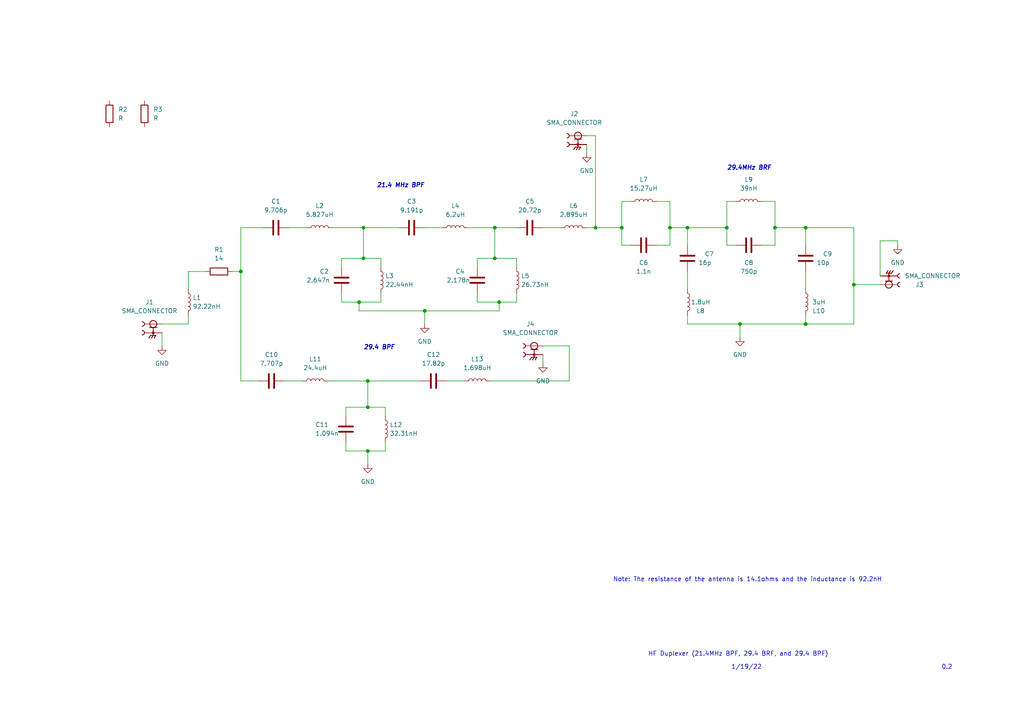
<source format=kicad_sch>
(kicad_sch (version 20211123) (generator eeschema)
  (paper "A4")
  (lib_symbols
    (symbol "Device:C" (pin_numbers hide) (pin_names (offset 0.254))
      (property "Reference" "C" (at 0.635 2.54 0))
      (property "Value" "C" (at 0.635 -2.54 0))
      (symbol "C_0_1"
        (polyline (pts (xy -2.032 -0.762) (xy 2.032 -0.762)) (stroke (width 0.508)))
        (polyline (pts (xy -2.032 0.762) (xy 2.032 0.762)) (stroke (width 0.508)))
      )
      (symbol "C_1_1"
        (pin passive line (at 0 3.81 270) (length 2.794) (name "~") (number "1"))
        (pin passive line (at 0 -3.81 90) (length 2.794) (name "~") (number "2"))
      )
    )
    (symbol "Device:L" (pin_numbers hide) (pin_names (offset 1.016) hide)
      (property "Reference" "L" (at -1.27 0 90))
      (property "Value" "L" (at 1.905 0 90))
      (symbol "L_0_1"
        (arc (start 0 -2.54) (mid 0.635 -1.905) (end 0 -1.27))
        (arc (start 0 -1.27) (mid 0.635 -0.635) (end 0 0))
        (arc (start 0 0) (mid 0.635 0.635) (end 0 1.27))
        (arc (start 0 1.27) (mid 0.635 1.905) (end 0 2.54))
      )
      (symbol "L_1_1"
        (pin passive line (at 0 3.81 270) (length 1.27) (name "1") (number "1"))
        (pin passive line (at 0 -3.81 90) (length 1.27) (name "2") (number "2"))
      )
    )
    (symbol "Device:R" (pin_numbers hide) (pin_names (offset 0))
      (property "Reference" "R" (at 2.032 0 90))
      (property "Value" "R" (at 0 0 90))
      (symbol "R_0_1"
        (rectangle (start -1.016 -2.54) (end 1.016 2.54) (stroke (width 0.254)))
      )
      (symbol "R_1_1"
        (pin passive line (at 0 3.81 270) (length 1.27) (name "~") (number "1"))
        (pin passive line (at 0 -3.81 90) (length 1.27) (name "~") (number "2"))
      )
    )
    (symbol "SMA_CONNECTOR:SMA_CONNECTOR" (pin_numbers hide) (pin_names (offset 1.016) hide)
      (property "Reference" "J" (at -3.81 1.524 0))
      (property "Value" "SMA_CONNECTOR" (at -4.064 -6.858 0))
      (symbol "SMA_CONNECTOR_0_0"
        (arc (start -3.175 -3.175) (mid -2.54 -2.54) (end -3.175 -1.905) (stroke (width 0.254)))
        (arc (start -3.175 -0.635) (mid -2.54 0) (end -3.175 0.635) (stroke (width 0.254)))
        (circle (center 0 -2.54) (radius 0.254) (stroke (width 0.254)))
        (polyline (pts (xy -1.016 -1.016) (xy 0 -1.016)) (stroke (width 0.254)))
        (polyline (pts (xy -0.762 -3.302) (xy -1.27 -4.064)) (stroke (width 0.254)))
        (polyline (pts (xy 0 -3.302) (xy -0.762 -3.302)) (stroke (width 0.254)))
        (polyline (pts (xy 0 -3.302) (xy -0.508 -4.064)) (stroke (width 0.254)))
        (polyline (pts (xy 0 -3.302) (xy 0.762 -3.302)) (stroke (width 0.254)))
        (polyline (pts (xy 0 -1.016) (xy 0 -3.302)) (stroke (width 0.254)))
        (polyline (pts (xy 0 -1.016) (xy 1.016 -1.016)) (stroke (width 0.254)))
        (polyline (pts (xy 0.762 -3.302) (xy 0.254 -4.064)) (stroke (width 0.254)))
        (circle (center 0 0) (radius 1.016) (stroke (width 0.254)))
        (pin passive line (at 2.54 0 180) (length 5.08) (name "~") (number "1"))
        (pin passive line (at 2.54 -2.54 180) (length 5.08) (name "~") (number "G1"))
        (pin passive line (at 2.54 -2.54 180) (length 5.08) (name "~") (number "G2"))
        (pin passive line (at 2.54 -2.54 180) (length 5.08) (name "~") (number "G3"))
        (pin passive line (at 2.54 -2.54 180) (length 5.08) (name "~") (number "G4"))
      )
    )
    (symbol "power:GND" (power) (pin_names (offset 0))
      (property "Value" "GND" (at 0 -3.81 0))
      (symbol "GND_0_1"
        (polyline (pts (xy 0 0) (xy 0 -1.27) (xy 1.27 -1.27) (xy 0 -2.54) (xy -1.27 -1.27) (xy 0 -1.27)))
      )
      (symbol "GND_1_1"
        (pin power_in line (at 0 0 270) (length 0) hide (name "GND") (number "1"))
      )
    )
  )
  (junction (at 143.51 74.93))
  (junction (at 233.68 93.98))
  (junction (at 105.41 74.93))
  (junction (at 210.82 66.04))
  (junction (at 233.68 66.04))
  (junction (at 214.63 93.98))
  (junction (at 143.51 66.04))
  (junction (at 104.14 87.63))
  (junction (at 194.31 66.04))
  (junction (at 172.72 66.04))
  (junction (at 144.78 87.63))
  (junction (at 123.19 90.17))
  (junction (at 105.41 66.04))
  (junction (at 247.65 82.55))
  (junction (at 224.79 66.04))
  (junction (at 199.39 66.04))
  (junction (at 69.85 78.74))
  (junction (at 180.34 66.04))
  (junction (at 106.68 130.81))
  (junction (at 106.68 110.49))
  (junction (at 106.68 118.11))
  (wire (pts (xy 104.14 90.17) (xy 123.19 90.17)))
  (wire (pts (xy 199.39 66.04) (xy 210.82 66.04)))
  (wire (pts (xy 99.06 74.93) (xy 105.41 74.93)))
  (wire (pts (xy 69.85 66.04) (xy 76.2 66.04)))
  (wire (pts (xy 172.72 66.04) (xy 180.34 66.04)))
  (wire (pts (xy 180.34 58.42) (xy 182.88 58.42)))
  (wire (pts (xy 157.48 66.04) (xy 162.56 66.04)))
  (wire (pts (xy 143.51 66.04) (xy 143.51 74.93)))
  (wire (pts (xy 255.27 69.85) (xy 260.35 69.85)))
  (wire (pts (xy 100.33 130.81) (xy 106.68 130.81)))
  (wire (pts (xy 214.63 93.98) (xy 214.63 97.79)))
  (wire (pts (xy 180.34 66.04) (xy 180.34 58.42)))
  (wire (pts (xy 105.41 66.04) (xy 115.57 66.04)))
  (wire (pts (xy 106.68 118.11) (xy 111.76 118.11)))
  (wire (pts (xy 123.19 90.17) (xy 123.19 93.98)))
  (wire (pts (xy 199.39 91.44) (xy 199.39 93.98)))
  (wire (pts (xy 194.31 66.04) (xy 199.39 66.04)))
  (wire (pts (xy 233.68 66.04) (xy 247.65 66.04)))
  (wire (pts (xy 224.79 66.04) (xy 224.79 58.42)))
  (wire (pts (xy 170.18 39.37) (xy 172.72 39.37)))
  (wire (pts (xy 99.06 85.09) (xy 99.06 87.63)))
  (wire (pts (xy 210.82 66.04) (xy 210.82 71.12)))
  (wire (pts (xy 95.25 110.49) (xy 106.68 110.49)))
  (wire (pts (xy 129.54 110.49) (xy 134.62 110.49)))
  (wire (pts (xy 123.19 66.04) (xy 128.27 66.04)))
  (wire (pts (xy 135.89 66.04) (xy 143.51 66.04)))
  (wire (pts (xy 106.68 130.81) (xy 111.76 130.81)))
  (wire (pts (xy 100.33 118.11) (xy 106.68 118.11)))
  (wire (pts (xy 220.98 71.12) (xy 224.79 71.12)))
  (wire (pts (xy 123.19 90.17) (xy 144.78 90.17)))
  (wire (pts (xy 210.82 58.42) (xy 210.82 66.04)))
  (wire (pts (xy 224.79 71.12) (xy 224.79 66.04)))
  (wire (pts (xy 233.68 66.04) (xy 224.79 66.04)))
  (wire (pts (xy 100.33 120.65) (xy 100.33 118.11)))
  (wire (pts (xy 199.39 66.04) (xy 199.39 71.12)))
  (wire (pts (xy 210.82 58.42) (xy 213.36 58.42)))
  (wire (pts (xy 170.18 41.91) (xy 170.18 44.45)))
  (wire (pts (xy 199.39 93.98) (xy 214.63 93.98)))
  (wire (pts (xy 233.68 78.74) (xy 233.68 83.82)))
  (wire (pts (xy 172.72 39.37) (xy 172.72 66.04)))
  (wire (pts (xy 111.76 118.11) (xy 111.76 120.65)))
  (wire (pts (xy 110.49 87.63) (xy 110.49 85.09)))
  (wire (pts (xy 67.31 78.74) (xy 69.85 78.74)))
  (wire (pts (xy 144.78 90.17) (xy 144.78 87.63)))
  (wire (pts (xy 110.49 74.93) (xy 110.49 77.47)))
  (wire (pts (xy 199.39 78.74) (xy 199.39 83.82)))
  (wire (pts (xy 69.85 78.74) (xy 69.85 110.49)))
  (wire (pts (xy 54.61 93.98) (xy 54.61 91.44)))
  (wire (pts (xy 82.55 110.49) (xy 87.63 110.49)))
  (wire (pts (xy 233.68 71.12) (xy 233.68 66.04)))
  (wire (pts (xy 111.76 130.81) (xy 111.76 128.27)))
  (wire (pts (xy 138.43 77.47) (xy 138.43 74.93)))
  (wire (pts (xy 247.65 66.04) (xy 247.65 82.55)))
  (wire (pts (xy 233.68 91.44) (xy 233.68 93.98)))
  (wire (pts (xy 213.36 71.12) (xy 210.82 71.12)))
  (wire (pts (xy 247.65 82.55) (xy 255.27 82.55)))
  (wire (pts (xy 105.41 74.93) (xy 110.49 74.93)))
  (wire (pts (xy 190.5 71.12) (xy 194.31 71.12)))
  (wire (pts (xy 247.65 82.55) (xy 247.65 93.98)))
  (wire (pts (xy 143.51 66.04) (xy 149.86 66.04)))
  (wire (pts (xy 69.85 78.74) (xy 69.85 66.04)))
  (wire (pts (xy 46.99 93.98) (xy 54.61 93.98)))
  (wire (pts (xy 46.99 96.52) (xy 46.99 100.33)))
  (wire (pts (xy 260.35 69.85) (xy 260.35 71.12)))
  (wire (pts (xy 149.86 74.93) (xy 149.86 77.47)))
  (wire (pts (xy 99.06 87.63) (xy 104.14 87.63)))
  (wire (pts (xy 180.34 71.12) (xy 180.34 66.04)))
  (wire (pts (xy 138.43 74.93) (xy 143.51 74.93)))
  (wire (pts (xy 106.68 110.49) (xy 106.68 118.11)))
  (wire (pts (xy 165.1 110.49) (xy 165.1 100.33)))
  (wire (pts (xy 157.48 102.87) (xy 157.48 105.41)))
  (wire (pts (xy 194.31 58.42) (xy 190.5 58.42)))
  (wire (pts (xy 165.1 100.33) (xy 157.48 100.33)))
  (wire (pts (xy 83.82 66.04) (xy 88.9 66.04)))
  (wire (pts (xy 138.43 87.63) (xy 144.78 87.63)))
  (wire (pts (xy 182.88 71.12) (xy 180.34 71.12)))
  (wire (pts (xy 54.61 78.74) (xy 59.69 78.74)))
  (wire (pts (xy 96.52 66.04) (xy 105.41 66.04)))
  (wire (pts (xy 255.27 80.01) (xy 255.27 69.85)))
  (wire (pts (xy 69.85 110.49) (xy 74.93 110.49)))
  (wire (pts (xy 100.33 128.27) (xy 100.33 130.81)))
  (wire (pts (xy 214.63 93.98) (xy 233.68 93.98)))
  (wire (pts (xy 170.18 66.04) (xy 172.72 66.04)))
  (wire (pts (xy 144.78 87.63) (xy 149.86 87.63)))
  (wire (pts (xy 106.68 130.81) (xy 106.68 134.62)))
  (wire (pts (xy 143.51 74.93) (xy 149.86 74.93)))
  (wire (pts (xy 99.06 77.47) (xy 99.06 74.93)))
  (wire (pts (xy 142.24 110.49) (xy 165.1 110.49)))
  (wire (pts (xy 149.86 87.63) (xy 149.86 85.09)))
  (wire (pts (xy 106.68 110.49) (xy 121.92 110.49)))
  (wire (pts (xy 105.41 66.04) (xy 105.41 74.93)))
  (wire (pts (xy 224.79 58.42) (xy 220.98 58.42)))
  (wire (pts (xy 104.14 87.63) (xy 110.49 87.63)))
  (wire (pts (xy 138.43 85.09) (xy 138.43 87.63)))
  (wire (pts (xy 104.14 87.63) (xy 104.14 90.17)))
  (wire (pts (xy 54.61 83.82) (xy 54.61 78.74)))
  (wire (pts (xy 233.68 93.98) (xy 247.65 93.98)))
  (wire (pts (xy 194.31 66.04) (xy 194.31 58.42)))
  (wire (pts (xy 194.31 71.12) (xy 194.31 66.04)))
  (text "29.4 BPF" (at 105.41 101.6 0) (effects (font (size 1.27 1.27) (thickness 0.254) bold italic) (justify left bottom)))
  (text "21.4 MHz BPF" (at 109.22 54.61 0) (effects (font (size 1.27 1.27) (thickness 0.254) bold italic) (justify left bottom)))
  (text "1/19/22" (at 212.09 194.31 0) (effects (font (size 1.27 1.27)) (justify left bottom)))
  (text "HF Duplexer (21.4MHz BPF, 29.4 BRF, and 29.4 BPF)" (at 187.96 190.5 0) (effects (font (size 1.27 1.27)) (justify left bottom)))
  (text "Note: The resistance of the antenna is 14.1ohms and the inductance is 92.2nH" (at 177.8 168.91 0) (effects (font (size 1.27 1.27)) (justify left bottom)))
  (text "0.2" (at 273.05 194.31 0) (effects (font (size 1.27 1.27)) (justify left bottom)))
  (text "29.4MHz BRF" (at 210.82 49.53 0) (effects (font (size 1.27 1.27) (thickness 0.254) bold italic) (justify left bottom)))
  (symbol (lib_id "SMA_CONNECTOR:SMA_CONNECTOR") (at 167.64 39.37 0) (unit 1)
    (property "Reference" "J2" (at 166.5605 33.02 0))
    (property "Value" "SMA_CONNECTOR" (at 166.5605 35.56 0))
    (property "Footprint" "LPRS_SMA_CONNECTOR" (effects hide))
    (property "PARTREV" "1.3" (effects hide))
    (property "MANUFACTURER" "LPRS" (effects hide))
    (property "MAXIMUM_PACKAGE_HEIGHT" "8.3 mm" (effects hide))
    (property "STANDARD" "Manufacturer Recommendations" (effects hide))
  )
  (symbol (lib_id "Device:L") (at 138.43 110.49 90) (unit 1)
    (property "Reference" "L13" (at 138.43 104.14 90))
    (property "Value" "1.698uH" (at 138.43 106.68 90))
  )
  (symbol (lib_id "power:GND") (at 214.63 97.79 0) (unit 1)
    (property "Reference" "#PWR?" (effects hide))
    (property "Value" "GND" (at 214.63 102.87 0))
  )
  (symbol (lib_id "Device:R") (at 41.91 33.02 0) (unit 1)
    (property "Reference" "R3" (at 44.45 31.7499 0) (effects (justify left)))
    (property "Value" "R" (at 44.45 34.2899 0) (effects (justify left)))
  )
  (symbol (lib_id "SMA_CONNECTOR:SMA_CONNECTOR") (at 154.94 100.33 0) (unit 1)
    (property "Reference" "J4" (at 153.8605 93.98 0))
    (property "Value" "SMA_CONNECTOR" (at 153.8605 96.52 0))
    (property "Footprint" "LPRS_SMA_CONNECTOR" (effects hide))
    (property "PARTREV" "1.3" (effects hide))
    (property "MANUFACTURER" "LPRS" (effects hide))
    (property "MAXIMUM_PACKAGE_HEIGHT" "8.3 mm" (effects hide))
    (property "STANDARD" "Manufacturer Recommendations" (effects hide))
  )
  (symbol (lib_id "power:GND") (at 170.18 44.45 0) (unit 1)
    (property "Reference" "#PWR?" (effects hide))
    (property "Value" "GND" (at 170.18 49.53 0))
  )
  (symbol (lib_id "Device:C") (at 199.39 74.93 0) (unit 1)
    (property "Reference" "C7" (at 205.74 73.66 0))
    (property "Value" "16p" (at 204.47 76.2 0))
  )
  (symbol (lib_id "Device:C") (at 119.38 66.04 90) (unit 1)
    (property "Reference" "C3" (at 119.38 58.42 90))
    (property "Value" "9.191p" (at 119.38 60.96 90))
  )
  (symbol (lib_id "Device:L") (at 166.37 66.04 90) (unit 1)
    (property "Reference" "L6" (at 166.37 59.69 90))
    (property "Value" "2.895uH" (at 166.37 62.23 90))
  )
  (symbol (lib_id "power:GND") (at 123.19 93.98 0) (unit 1)
    (property "Reference" "#PWR?" (effects hide))
    (property "Value" "GND" (at 123.19 99.06 0))
  )
  (symbol (lib_id "Device:L") (at 217.17 58.42 90) (unit 1)
    (property "Reference" "L9" (at 217.17 52.07 90))
    (property "Value" "39nH" (at 217.17 54.61 90))
  )
  (symbol (lib_id "Device:C") (at 78.74 110.49 90) (unit 1)
    (property "Reference" "C10" (at 78.74 102.87 90))
    (property "Value" "7.707p" (at 78.74 105.41 90))
  )
  (symbol (lib_id "Device:C") (at 125.73 110.49 90) (unit 1)
    (property "Reference" "C12" (at 125.73 102.87 90))
    (property "Value" "17.82p" (at 125.73 105.41 90))
  )
  (symbol (lib_id "Device:C") (at 233.68 74.93 0) (unit 1)
    (property "Reference" "C9" (at 240.03 73.66 0))
    (property "Value" "10p" (at 238.76 76.2 0))
  )
  (symbol (lib_id "SMA_CONNECTOR:SMA_CONNECTOR") (at 257.81 82.55 180) (unit 1)
    (property "Reference" "J3" (at 266.7 82.55 0))
    (property "Value" "SMA_CONNECTOR" (at 270.51 80.01 0))
    (property "Footprint" "LPRS_SMA_CONNECTOR" (effects hide))
    (property "PARTREV" "1.3" (effects hide))
    (property "MANUFACTURER" "LPRS" (effects hide))
    (property "MAXIMUM_PACKAGE_HEIGHT" "8.3 mm" (effects hide))
    (property "STANDARD" "Manufacturer Recommendations" (effects hide))
  )
  (symbol (lib_id "Device:L") (at 110.49 81.28 0) (unit 1)
    (property "Reference" "L3" (at 111.76 80.0099 0) (effects (justify left)))
    (property "Value" "22.44nH" (at 111.76 82.5499 0) (effects (justify left)))
  )
  (symbol (lib_id "Device:L") (at 186.69 58.42 90) (unit 1)
    (property "Reference" "L7" (at 186.69 52.07 90))
    (property "Value" "15.27uH" (at 186.69 54.61 90))
  )
  (symbol (lib_id "Device:C") (at 138.43 81.28 180) (unit 1)
    (property "Reference" "C4" (at 132.08 78.74 0) (effects (justify right)))
    (property "Value" "2.178n" (at 129.54 81.28 0) (effects (justify right)))
  )
  (symbol (lib_id "SMA_CONNECTOR:SMA_CONNECTOR") (at 44.45 93.98 0) (unit 1)
    (property "Reference" "J1" (at 43.3705 87.63 0))
    (property "Value" "SMA_CONNECTOR" (at 43.3705 90.17 0))
    (property "Footprint" "LPRS_SMA_CONNECTOR" (effects hide))
    (property "PARTREV" "1.3" (effects hide))
    (property "MANUFACTURER" "LPRS" (effects hide))
    (property "MAXIMUM_PACKAGE_HEIGHT" "8.3 mm" (effects hide))
    (property "STANDARD" "Manufacturer Recommendations" (effects hide))
  )
  (symbol (lib_id "Device:L") (at 92.71 66.04 90) (unit 1)
    (property "Reference" "L2" (at 92.71 59.69 90))
    (property "Value" "5.827uH" (at 92.71 62.23 90))
  )
  (symbol (lib_id "Device:R") (at 63.5 78.74 90) (unit 1)
    (property "Reference" "R1" (at 63.5 72.39 90))
    (property "Value" "14" (at 63.5 74.93 90))
  )
  (symbol (lib_id "Device:C") (at 100.33 124.46 180) (unit 1)
    (property "Reference" "C11" (at 91.44 123.19 0) (effects (justify right)))
    (property "Value" "1.094n" (at 91.44 125.73 0) (effects (justify right)))
  )
  (symbol (lib_id "Device:L") (at 233.68 87.63 0) (unit 1)
    (property "Reference" "L10" (at 237.49 90.17 0))
    (property "Value" "3uH" (at 237.49 87.63 0))
  )
  (symbol (lib_id "Device:L") (at 132.08 66.04 90) (unit 1)
    (property "Reference" "L4" (at 132.08 59.69 90))
    (property "Value" "6.2uH" (at 132.08 62.23 90))
  )
  (symbol (lib_id "Device:L") (at 111.76 124.46 0) (unit 1)
    (property "Reference" "L12" (at 113.03 123.1899 0) (effects (justify left)))
    (property "Value" "32.31nH" (at 113.03 125.7299 0) (effects (justify left)))
  )
  (symbol (lib_id "Device:C") (at 217.17 71.12 270) (unit 1)
    (property "Reference" "C8" (at 217.17 76.2 90))
    (property "Value" "750p" (at 217.17 78.74 90))
  )
  (symbol (lib_id "power:GND") (at 157.48 105.41 0) (unit 1)
    (property "Reference" "#PWR?" (effects hide))
    (property "Value" "GND" (at 157.48 110.49 0))
  )
  (symbol (lib_id "Device:L") (at 149.86 81.28 0) (unit 1)
    (property "Reference" "L5" (at 151.13 80.0099 0) (effects (justify left)))
    (property "Value" "26.73nH" (at 151.13 82.5499 0) (effects (justify left)))
  )
  (symbol (lib_id "Device:L") (at 54.61 87.63 0) (unit 1)
    (property "Reference" "L1" (at 55.88 86.3599 0) (effects (justify left)))
    (property "Value" "92.22nH" (at 55.88 88.8999 0) (effects (justify left)))
  )
  (symbol (lib_id "Device:C") (at 153.67 66.04 90) (unit 1)
    (property "Reference" "C5" (at 153.67 58.42 90))
    (property "Value" "20.72p" (at 153.67 60.96 90))
  )
  (symbol (lib_id "Device:R") (at 31.75 33.02 0) (unit 1)
    (property "Reference" "R2" (at 34.29 31.7499 0) (effects (justify left)))
    (property "Value" "R" (at 34.29 34.2899 0) (effects (justify left)))
  )
  (symbol (lib_id "Device:C") (at 186.69 71.12 270) (unit 1)
    (property "Reference" "C6" (at 186.69 76.2 90))
    (property "Value" "1.1n" (at 186.69 78.74 90))
  )
  (symbol (lib_id "Device:C") (at 80.01 66.04 90) (unit 1)
    (property "Reference" "C1" (at 80.01 58.42 90))
    (property "Value" "9.706p" (at 80.01 60.96 90))
  )
  (symbol (lib_id "Device:L") (at 91.44 110.49 90) (unit 1)
    (property "Reference" "L11" (at 91.44 104.14 90))
    (property "Value" "24.4uH" (at 91.44 106.68 90))
  )
  (symbol (lib_id "power:GND") (at 260.35 71.12 0) (unit 1)
    (property "Reference" "#PWR?" (effects hide))
    (property "Value" "GND" (at 260.35 76.2 0))
  )
  (symbol (lib_id "Device:L") (at 199.39 87.63 0) (unit 1)
    (property "Reference" "L8" (at 203.2 90.17 0))
    (property "Value" "1.8uH" (at 203.2 87.63 0))
  )
  (symbol (lib_id "power:GND") (at 106.68 134.62 0) (unit 1)
    (property "Reference" "#PWR?" (effects hide))
    (property "Value" "GND" (at 106.68 139.7 0))
  )
  (symbol (lib_id "power:GND") (at 46.99 100.33 0) (unit 1)
    (property "Reference" "#PWR?" (effects hide))
    (property "Value" "GND" (at 46.99 105.41 0))
  )
  (symbol (lib_id "Device:C") (at 99.06 81.28 180) (unit 1)
    (property "Reference" "C2" (at 92.71 78.74 0) (effects (justify right)))
    (property "Value" "2.647n" (at 88.9 81.28 0) (effects (justify right)))
  )
)
</source>
